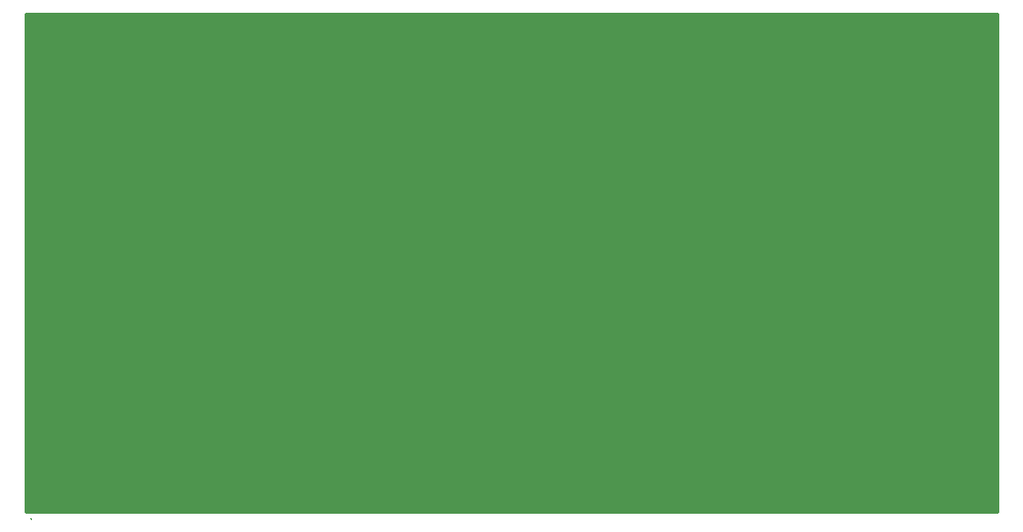
<source format=gbr>
G04 #@! TF.FileFunction,Profile,NP*
%FSLAX46Y46*%
G04 Gerber Fmt 4.6, Leading zero omitted, Abs format (unit mm)*
G04 Created by KiCad (PCBNEW 4.0.7-e1-6374~58~ubuntu14.04.1) date Fri Aug 18 20:16:30 2017*
%MOMM*%
%LPD*%
G01*
G04 APERTURE LIST*
%ADD10C,0.100000*%
%ADD11C,0.254000*%
G04 APERTURE END LIST*
D10*
X148591666Y-173990000D02*
G75*
G03X148591666Y-173990000I-1666J0D01*
G01*
X148587500Y-173990000D02*
X148592500Y-173990000D01*
X148590000Y-173987500D02*
X148590000Y-173992500D01*
D11*
G36*
X238373000Y-173373000D02*
X148127000Y-173373000D01*
X148127000Y-127127000D01*
X238373000Y-127127000D01*
X238373000Y-173373000D01*
X238373000Y-173373000D01*
G37*
X238373000Y-173373000D02*
X148127000Y-173373000D01*
X148127000Y-127127000D01*
X238373000Y-127127000D01*
X238373000Y-173373000D01*
M02*

</source>
